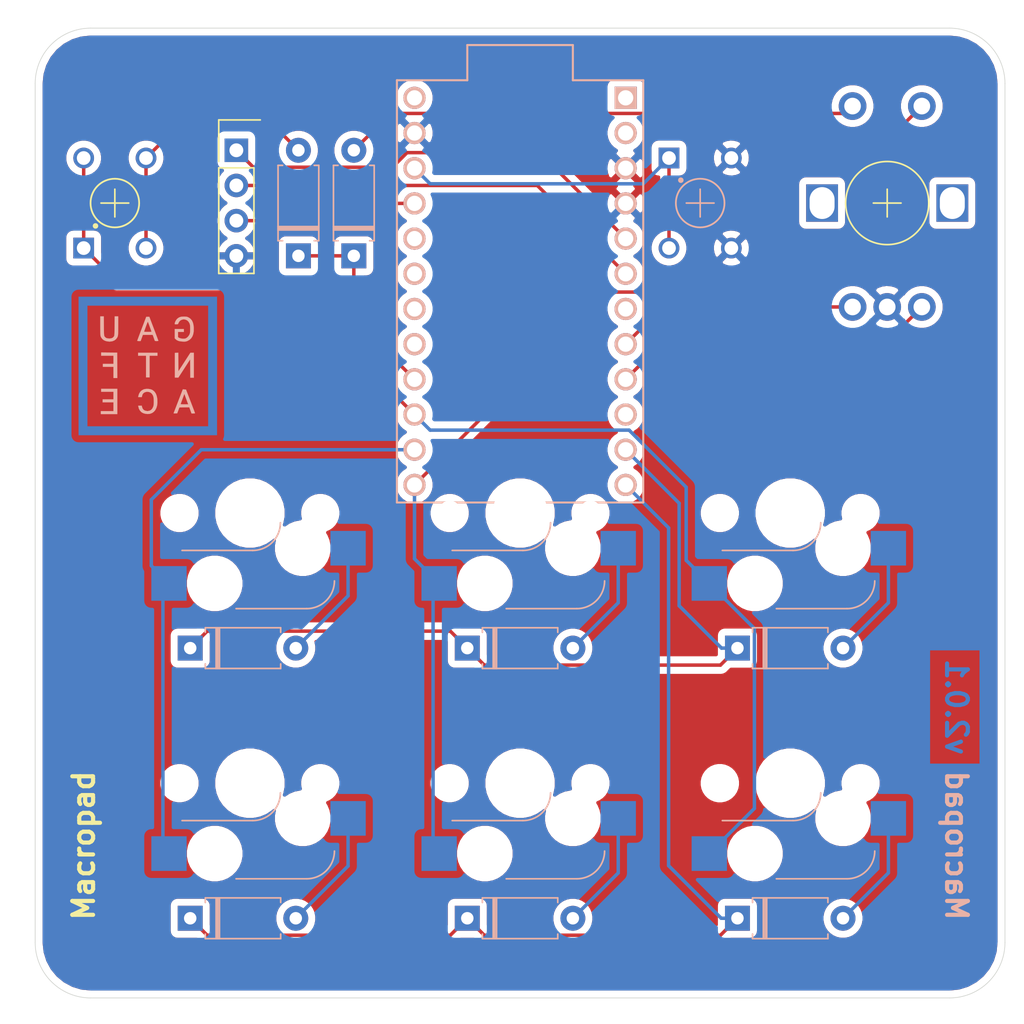
<source format=kicad_pcb>
(kicad_pcb (version 20171130) (host pcbnew 5.1.10-88a1d61d58~88~ubuntu20.10.1)
  (layers (0 F.Cu signal) (31 B.Cu signal) (34 B.Paste user) (35 F.Paste user) (36 B.SilkS user) (37 F.SilkS user) (38 B.Mask user) (39 F.Mask user) (44 Edge.Cuts user))
  (net 0 "")
  (net 1 "Net-(D1-Pad2)")
  (net 2 Row_0)
  (net 3 "Net-(D2-Pad2)")
  (net 4 "Net-(D3-Pad2)")
  (net 5 Row_1)
  (net 6 "Net-(D4-Pad2)")
  (net 7 "Net-(D5-Pad2)")
  (net 8 "Net-(D6-Pad2)")
  (net 9 Row_Extra)
  (net 10 Encoder_S1)
  (net 11 "Net-(D8-Pad2)")
  (net 12 GND)
  (net 13 VCC)
  (net 14 "Net-(J1-Pad2)")
  (net 15 "Net-(J1-Pad1)")
  (net 16 Col_0)
  (net 17 Col_1)
  (net 18 Col_2)
  (net 19 "Net-(U1-Pad1)")
  (net 20 "Net-(U1-Pad2)")
  (net 21 "Net-(U1-Pad17)")
  (net 22 "Net-(U1-Pad18)")
  (net 23 "Net-(U1-Pad19)")
  (net 24 "Net-(U1-Pad20)")
  (net 25 "Net-(SW9-Pad1)")
  (net 26 "Net-(U1-Pad24)")
  (net 27 Encoder_A)
  (net 28 Encoder_B)
  (net 29 "Net-(U1-Pad7)")
  (net 30 "Net-(U1-Pad10)")
  (module Gauntface:gauntface-logo (layer B.Cu) (at 8.128 24.384 180)
    (fp_text reference Ref** hide)
    (fp_text value Val** hide)
    (fp_poly (pts (xy 0.122245 -1.656036) (xy 0.252882 -1.677261) (xy 0.29889 -1.6918) (xy 0.436094 -1.765223) (xy 0.547436 -1.869989) (xy 0.628836 -2.001146) (xy 0.675361 -2.149063) (xy 0.693034 -2.243667) (xy 0.428744 -2.243667) (xy 0.415783 -2.162617) (xy 0.378131 -2.04678) (xy 0.308495 -1.956629) (xy 0.210595 -1.895108) (xy 0.08815 -1.865158) (xy 0.036528 -1.862667) (xy -0.102158 -1.880258) (xy -0.217628 -1.93316) (xy -0.310137 -2.021562) (xy -0.37994 -2.145654) (xy -0.394753 -2.184801) (xy -0.414462 -2.269525) (xy -0.427395 -2.382453) (xy -0.433556 -2.511589) (xy -0.432948 -2.644935) (xy -0.425576 -2.770494) (xy -0.411444 -2.876269) (xy -0.394482 -2.940713) (xy -0.326299 -3.074491) (xy -0.237114 -3.172027) (xy -0.127834 -3.232702) (xy 0.000631 -3.255897) (xy 0.065536 -3.253846) (xy 0.19737 -3.226223) (xy 0.29885 -3.169367) (xy 0.371244 -3.08219) (xy 0.41582 -2.963604) (xy 0.418613 -2.95086) (xy 0.435811 -2.868083) (xy 0.687917 -2.868083) (xy 0.68077 -2.928888) (xy 0.64372 -3.076664) (xy 0.572019 -3.210604) (xy 0.471409 -3.321183) (xy 0.4217 -3.35851) (xy 0.308602 -3.413798) (xy 0.171681 -3.450917) (xy 0.026435 -3.46738) (xy -0.111638 -3.460702) (xy -0.15875 -3.45164) (xy -0.310389 -3.394626) (xy -0.438493 -3.303932) (xy -0.541994 -3.181756) (xy -0.619822 -3.0303) (xy -0.670907 -2.851763) (xy -0.694181 -2.648345) (xy -0.688573 -2.422246) (xy -0.683604 -2.371888) (xy -0.646184 -2.170431) (xy -0.582153 -2.001712) (xy -0.491287 -1.865366) (xy -0.373365 -1.761029) (xy -0.278324 -1.708498) (xy -0.160355 -1.672146) (xy -0.021166 -1.654495) (xy 0.122245 -1.656036)) (layer B.SilkS) (width 0.01))
    (fp_poly (pts (xy 3.3655 -1.862667) (xy 2.4765 -1.862667) (xy 2.4765 -2.413) (xy 3.259667 -2.413) (xy 3.259667 -2.624667) (xy 2.4765 -2.624667) (xy 2.4765 -3.259667) (xy 3.386667 -3.259667) (xy 3.386667 -3.471333) (xy 2.201333 -3.471333) (xy 2.201333 -1.651) (xy 3.3655 -1.651) (xy 3.3655 -1.862667)) (layer B.SilkS) (width 0.01))
    (fp_poly (pts (xy -2.206626 -2.523192) (xy -2.137768 -2.701895) (xy -2.073303 -2.869232) (xy -2.014896 -3.020874) (xy -1.964214 -3.152495) (xy -1.922923 -3.259768) (xy -1.89269 -3.338364) (xy -1.87518 -3.383957) (xy -1.871712 -3.393038) (xy -1.867803 -3.413657) (xy -1.881583 -3.424265) (xy -1.921414 -3.427118) (xy -1.989265 -3.424788) (xy -2.121222 -3.418417) (xy -2.2795 -2.995083) (xy -2.637913 -2.989312) (xy -2.996325 -2.98354) (xy -3.157855 -3.429) (xy -3.282844 -3.429) (xy -3.349228 -3.426553) (xy -3.394554 -3.420202) (xy -3.407833 -3.413084) (xy -3.40047 -3.390569) (xy -3.379422 -3.3327) (xy -3.346251 -3.243618) (xy -3.302519 -3.127461) (xy -3.249788 -2.988368) (xy -3.18962 -2.830479) (xy -3.167556 -2.772833) (xy -2.919935 -2.772833) (xy -2.645301 -2.772833) (xy -2.543047 -2.771667) (xy -2.458066 -2.768477) (xy -2.398223 -2.763724) (xy -2.371386 -2.757872) (xy -2.370667 -2.756703) (xy -2.37764 -2.73259) (xy -2.397023 -2.675336) (xy -2.426513 -2.591491) (xy -2.463806 -2.487609) (xy -2.505172 -2.374127) (xy -2.639676 -2.007681) (xy -2.714892 -2.215632) (xy -2.755959 -2.328646) (xy -2.800798 -2.451205) (xy -2.841824 -2.562611) (xy -2.855022 -2.598208) (xy -2.919935 -2.772833) (xy -3.167556 -2.772833) (xy -3.123576 -2.657932) (xy -3.082338 -2.550542) (xy -2.756843 -1.703917) (xy -2.641991 -1.697692) (xy -2.527138 -1.691468) (xy -2.206626 -2.523192)) (layer B.SilkS) (width 0.01))
    (fp_poly (pts (xy 3.3655 0.740833) (xy 2.4765 0.740833) (xy 2.4765 0.148167) (xy 3.2385 0.148167) (xy 3.2385 -0.0635) (xy 2.4765 -0.0635) (xy 2.4765 -0.867833) (xy 2.200883 -0.867833) (xy 2.211917 0.963083) (xy 2.788708 0.968715) (xy 3.3655 0.974347) (xy 3.3655 0.740833)) (layer B.SilkS) (width 0.01))
    (fp_poly (pts (xy -2.079326 0.948256) (xy -1.957917 0.941917) (xy -1.957917 -0.836083) (xy -2.207324 -0.836083) (xy -2.632954 -0.178997) (xy -3.058583 0.47809) (xy -3.064172 -0.184288) (xy -3.069761 -0.846667) (xy -3.323167 -0.846667) (xy -3.323167 0.9525) (xy -3.075244 0.9525) (xy -2.643581 0.284315) (xy -2.211917 -0.383869) (xy -2.206326 0.285363) (xy -2.200736 0.954595) (xy -2.079326 0.948256)) (layer B.SilkS) (width 0.01))
    (fp_poly (pts (xy 0.6985 0.740833) (xy 0.127 0.740833) (xy 0.127 -0.8255) (xy -0.127 -0.8255) (xy -0.127 0.740833) (xy -0.6985 0.740833) (xy -0.6985 0.9525) (xy 0.6985 0.9525) (xy 0.6985 0.740833)) (layer B.SilkS) (width 0.01))
    (fp_poly (pts (xy -2.447309 3.556581) (xy -2.320065 3.527726) (xy -2.211981 3.475174) (xy -2.119366 3.401458) (xy -2.060622 3.331738) (xy -2.007515 3.244483) (xy -1.967559 3.1545) (xy -1.948265 3.076593) (xy -1.94754 3.062819) (xy -1.949372 3.029282) (xy -1.962026 3.012308) (xy -1.995787 3.007294) (xy -2.060936 3.009641) (xy -2.065812 3.009902) (xy -2.133659 3.014923) (xy -2.172039 3.025831) (xy -2.193777 3.050361) (xy -2.211699 3.096243) (xy -2.212396 3.098276) (xy -2.270596 3.206245) (xy -2.358946 3.290565) (xy -2.469244 3.345516) (xy -2.593292 3.365381) (xy -2.595373 3.365382) (xy -2.729563 3.345484) (xy -2.846502 3.287936) (xy -2.942661 3.195134) (xy -3.007747 3.085196) (xy -3.028015 3.035717) (xy -3.041973 2.987469) (xy -3.050792 2.930986) (xy -3.055638 2.856799) (xy -3.05768 2.755441) (xy -3.058045 2.677583) (xy -3.057605 2.55586) (xy -3.05501 2.467035) (xy -3.049112 2.401686) (xy -3.038766 2.350391) (xy -3.022828 2.303728) (xy -3.008561 2.270611) (xy -2.950898 2.172508) (xy -2.875261 2.08514) (xy -2.791569 2.017888) (xy -2.709745 1.980133) (xy -2.698766 1.97769) (xy -2.597367 1.968149) (xy -2.484959 1.972402) (xy -2.376681 1.988633) (xy -2.287671 2.015027) (xy -2.256263 2.030756) (xy -2.180167 2.077786) (xy -2.180167 2.455333) (xy -2.6035 2.455333) (xy -2.6035 2.667) (xy -1.947333 2.667) (xy -1.947333 1.99544) (xy -2.005542 1.936491) (xy -2.103286 1.859636) (xy -2.224097 1.806109) (xy -2.37337 1.774083) (xy -2.51872 1.762652) (xy -2.623893 1.760221) (xy -2.699698 1.762421) (xy -2.758996 1.770931) (xy -2.81465 1.787428) (xy -2.866347 1.80799) (xy -3.014601 1.890851) (xy -3.133279 2.002211) (xy -3.222671 2.14269) (xy -3.283066 2.312907) (xy -3.314755 2.513484) (xy -3.318025 2.745039) (xy -3.31669 2.771941) (xy -3.294102 2.976354) (xy -3.249755 3.14672) (xy -3.181809 3.286346) (xy -3.088425 3.398537) (xy -2.967761 3.486601) (xy -2.899833 3.521174) (xy -2.837357 3.544049) (xy -2.765577 3.557697) (xy -2.671729 3.564007) (xy -2.6035 3.565045) (xy -2.447309 3.556581)) (layer B.SilkS) (width 0.01))
    (fp_poly (pts (xy 2.396303 2.883958) (xy 2.398038 2.694439) (xy 2.399766 2.542549) (xy 2.401831 2.423587) (xy 2.404574 2.33285) (xy 2.408337 2.265638) (xy 2.413461 2.217247) (xy 2.420288 2.182976) (xy 2.42916 2.158123) (xy 2.440419 2.137985) (xy 2.45171 2.121639) (xy 2.517555 2.049857) (xy 2.597688 2.005202) (xy 2.701478 1.98368) (xy 2.783417 1.980201) (xy 2.906964 1.989175) (xy 3.000942 2.018761) (xy 3.074718 2.072951) (xy 3.115123 2.121639) (xy 3.128601 2.141422) (xy 3.139411 2.162054) (xy 3.147896 2.188235) (xy 3.154396 2.224668) (xy 3.159253 2.276055) (xy 3.16281 2.347098) (xy 3.165408 2.442499) (xy 3.167388 2.56696) (xy 3.169093 2.725183) (xy 3.17053 2.883958) (xy 3.176643 3.577167) (xy 3.429 3.577167) (xy 3.429 2.904985) (xy 3.428356 2.733975) (xy 3.426529 2.575033) (xy 3.423674 2.433755) (xy 3.419946 2.315736) (xy 3.415501 2.226571) (xy 3.410494 2.171855) (xy 3.408321 2.160703) (xy 3.359102 2.051405) (xy 3.281221 1.948909) (xy 3.194528 1.874678) (xy 3.06504 1.811089) (xy 2.913315 1.772365) (xy 2.75266 1.760371) (xy 2.596381 1.776976) (xy 2.56012 1.785662) (xy 2.412766 1.844526) (xy 2.295038 1.933306) (xy 2.207745 2.051273) (xy 2.169998 2.136657) (xy 2.160675 2.17027) (xy 2.153258 2.215577) (xy 2.147552 2.277222) (xy 2.143364 2.359846) (xy 2.140498 2.468092) (xy 2.138759 2.606602) (xy 2.137951 2.780018) (xy 2.137833 2.902495) (xy 2.137833 3.577167) (xy 2.39019 3.577167) (xy 2.396303 2.883958)) (layer B.SilkS) (width 0.01))
    (fp_poly (pts (xy 0.436641 2.68992) (xy 0.50511 2.509493) (xy 0.56868 2.341212) (xy 0.62581 2.189212) (xy 0.674959 2.057628) (xy 0.714587 1.950598) (xy 0.743151 1.872256) (xy 0.75911 1.826738) (xy 0.762 1.816795) (xy 0.742806 1.807351) (xy 0.69307 1.800953) (xy 0.639497 1.799167) (xy 0.516994 1.799167) (xy 0.355812 2.243667) (xy -0.35583 2.243667) (xy -0.418616 2.069042) (xy -0.449032 1.9837) (xy -0.475252 1.908789) (xy -0.492891 1.856878) (xy -0.496127 1.846792) (xy -0.509133 1.819922) (xy -0.534321 1.805567) (xy -0.582846 1.79994) (xy -0.636427 1.799167) (xy -0.702983 1.801865) (xy -0.748511 1.808871) (xy -0.762 1.816795) (xy -0.754703 1.839693) (xy -0.733837 1.898) (xy -0.700945 1.987582) (xy -0.657568 2.104301) (xy -0.605246 2.244023) (xy -0.545521 2.402611) (xy -0.515558 2.481792) (xy -0.269631 2.481792) (xy -0.264089 2.470569) (xy -0.23421 2.462804) (xy -0.175076 2.458014) (xy -0.081772 2.455718) (xy 0 2.455333) (xy 0.118287 2.456262) (xy 0.199191 2.459368) (xy 0.247628 2.465134) (xy 0.268515 2.474043) (xy 0.26963 2.481792) (xy 0.259443 2.509656) (xy 0.237528 2.570274) (xy 0.206441 2.656552) (xy 0.168739 2.761393) (xy 0.136128 2.852208) (xy 0.095167 2.964403) (xy 0.058469 3.061276) (xy 0.028583 3.136384) (xy 0.00806 3.183281) (xy 0 3.196167) (xy -0.010923 3.177267) (xy -0.033303 3.124862) (xy -0.064592 3.045398) (xy -0.102238 2.945318) (xy -0.136128 2.852208) (xy -0.177234 2.737756) (xy -0.213735 2.63629) (xy -0.243075 2.554906) (xy -0.262697 2.500698) (xy -0.269631 2.481792) (xy -0.515558 2.481792) (xy -0.479934 2.57593) (xy -0.436641 2.68992) (xy -0.111282 3.545417) (xy 0.111282 3.545417) (xy 0.436641 2.68992)) (layer B.SilkS) (width 0.01))
    (fp_poly (pts (xy 4.995333 -4.995333) (xy -4.995333 -4.995333) (xy -4.995333 4.360333) (xy -4.360333 4.360333) (xy -4.360333 -4.360333) (xy 4.360333 -4.360333) (xy 4.360333 4.360333) (xy -4.360333 4.360333) (xy -4.995333 4.360333) (xy -4.995333 4.995333) (xy 4.995333 4.995333) (xy 4.995333 -4.995333)) (layer B.Cu) (width 0.01))
  )
  (module Button_1825910-6:SW_1825910-6-4 (layer B.Cu) (at 48 12.625 270)
    (fp_text reference SW9 hide)
    (fp_text value Reset_Btn)
    (fp_circle (center -1.651 1.397) (end -1.551 1.397) (layer B.SilkS) (width 0.2))
    (fp_circle (center 0 0) (end 1.755 0) (layer B.SilkS) (width 0.127))
    (fp_line (start 0 1) (end 0 -1) (layer B.SilkS) (width 0.12))
    (fp_line (start -1 0) (end 1 0) (layer B.SilkS) (width 0.12))
    (pad 2 thru_hole circle (at 3.25 2.25 270) (size 1.498 1.498) (drill 0.99) (layers *.Cu *.Mask) (net 25 "Net-(SW9-Pad1)"))
    (pad 4 thru_hole circle (at 3.25 -2.25 270) (size 1.498 1.498) (drill 0.99) (layers *.Cu *.Mask) (net 12 GND))
    (pad 1 thru_hole rect (at -3.25 2.25 270) (size 1.498 1.498) (drill 0.99) (layers *.Cu *.Mask) (net 25 "Net-(SW9-Pad1)"))
    (pad 3 thru_hole circle (at -3.25 -2.25 270) (size 1.498 1.498) (drill 0.99) (layers *.Cu *.Mask) (net 12 GND))
  )
  (module Button_1825910-6:SW_1825910-6-4 (layer F.Cu) (at 5.75 12.625 90)
    (fp_text reference SW8 hide)
    (fp_text value Layer_Btn)
    (fp_circle (center -1.651 -1.397) (end -1.551 -1.397) (layer F.SilkS) (width 0.2))
    (fp_circle (center 0 0) (end 1.755 0) (layer F.SilkS) (width 0.127))
    (fp_line (start 0 -1) (end 0 1) (layer F.SilkS) (width 0.12))
    (fp_line (start -1 0) (end 1 0) (layer F.SilkS) (width 0.12))
    (pad 2 thru_hole circle (at 3.25 -2.25 90) (size 1.498 1.498) (drill 0.99) (layers *.Cu *.Mask) (net 18 Col_2))
    (pad 4 thru_hole circle (at 3.25 2.25 90) (size 1.498 1.498) (drill 0.99) (layers *.Cu *.Mask) (net 11 "Net-(D8-Pad2)"))
    (pad 1 thru_hole rect (at -3.25 -2.25 90) (size 1.498 1.498) (drill 0.99) (layers *.Cu *.Mask) (net 18 Col_2))
    (pad 3 thru_hole circle (at -3.25 2.25 90) (size 1.498 1.498) (drill 0.99) (layers *.Cu *.Mask) (net 11 "Net-(D8-Pad2)"))
  )
  (module promicro:ProMicro (layer B.Cu) (at 35 19 270)
    (fp_text reference U1 hide)
    (fp_text value ProMicro)
    (fp_line (start 15.24 8.89) (end 15.24 -8.89) (layer B.SilkS) (width 0.15))
    (fp_line (start -15.24 8.89) (end 15.24 8.89) (layer B.SilkS) (width 0.15))
    (fp_line (start -15.24 3.81) (end -15.24 8.89) (layer B.SilkS) (width 0.15))
    (fp_line (start -17.78 3.81) (end -15.24 3.81) (layer B.SilkS) (width 0.15))
    (fp_line (start -17.78 -3.81) (end -17.78 3.81) (layer B.SilkS) (width 0.15))
    (fp_line (start -15.24 -3.81) (end -17.78 -3.81) (layer B.SilkS) (width 0.15))
    (fp_line (start -15.24 -8.89) (end -15.24 -3.81) (layer B.SilkS) (width 0.15))
    (fp_line (start -15.24 -8.89) (end 15.24 -8.89) (layer B.SilkS) (width 0.15))
    (pad 1 thru_hole rect (at -13.97 -7.62 270) (size 1.6 1.6) (drill 1.1) (layers *.Cu *.Mask B.SilkS) (net 19 "Net-(U1-Pad1)"))
    (pad 2 thru_hole circle (at -11.43 -7.62 270) (size 1.6 1.6) (drill 1.1) (layers *.Cu *.Mask B.SilkS) (net 20 "Net-(U1-Pad2)"))
    (pad 3 thru_hole circle (at -8.89 -7.62 270) (size 1.6 1.6) (drill 1.1) (layers *.Cu *.Mask B.SilkS) (net 12 GND))
    (pad 4 thru_hole circle (at -6.35 -7.62 270) (size 1.6 1.6) (drill 1.1) (layers *.Cu *.Mask B.SilkS) (net 12 GND))
    (pad 5 thru_hole circle (at -3.81 -7.62 270) (size 1.6 1.6) (drill 1.1) (layers *.Cu *.Mask B.SilkS) (net 15 "Net-(J1-Pad1)"))
    (pad 6 thru_hole circle (at -1.27 -7.62 270) (size 1.6 1.6) (drill 1.1) (layers *.Cu *.Mask B.SilkS) (net 14 "Net-(J1-Pad2)"))
    (pad 7 thru_hole circle (at 1.27 -7.62 270) (size 1.6 1.6) (drill 1.1) (layers *.Cu *.Mask B.SilkS) (net 29 "Net-(U1-Pad7)"))
    (pad 8 thru_hole circle (at 3.81 -7.62 270) (size 1.6 1.6) (drill 1.1) (layers *.Cu *.Mask B.SilkS) (net 27 Encoder_A))
    (pad 9 thru_hole circle (at 6.35 -7.62 270) (size 1.6 1.6) (drill 1.1) (layers *.Cu *.Mask B.SilkS) (net 28 Encoder_B))
    (pad 10 thru_hole circle (at 8.89 -7.62 270) (size 1.6 1.6) (drill 1.1) (layers *.Cu *.Mask B.SilkS) (net 30 "Net-(U1-Pad10)"))
    (pad 11 thru_hole circle (at 11.43 -7.62 270) (size 1.6 1.6) (drill 1.1) (layers *.Cu *.Mask B.SilkS) (net 2 Row_0))
    (pad 12 thru_hole circle (at 13.97 -7.62 270) (size 1.6 1.6) (drill 1.1) (layers *.Cu *.Mask B.SilkS) (net 5 Row_1))
    (pad 13 thru_hole circle (at 13.97 7.62 270) (size 1.6 1.6) (drill 1.1) (layers *.Cu *.Mask B.SilkS) (net 17 Col_1))
    (pad 14 thru_hole circle (at 11.43 7.62 270) (size 1.6 1.6) (drill 1.1) (layers *.Cu *.Mask B.SilkS) (net 16 Col_0))
    (pad 15 thru_hole circle (at 8.89 7.62 270) (size 1.6 1.6) (drill 1.1) (layers *.Cu *.Mask B.SilkS) (net 18 Col_2))
    (pad 16 thru_hole circle (at 6.35 7.62 270) (size 1.6 1.6) (drill 1.1) (layers *.Cu *.Mask B.SilkS) (net 9 Row_Extra))
    (pad 17 thru_hole circle (at 3.81 7.62 270) (size 1.6 1.6) (drill 1.1) (layers *.Cu *.Mask B.SilkS) (net 21 "Net-(U1-Pad17)"))
    (pad 18 thru_hole circle (at 1.27 7.62 270) (size 1.6 1.6) (drill 1.1) (layers *.Cu *.Mask B.SilkS) (net 22 "Net-(U1-Pad18)"))
    (pad 19 thru_hole circle (at -1.27 7.62 270) (size 1.6 1.6) (drill 1.1) (layers *.Cu *.Mask B.SilkS) (net 23 "Net-(U1-Pad19)"))
    (pad 20 thru_hole circle (at -3.81 7.62 270) (size 1.6 1.6) (drill 1.1) (layers *.Cu *.Mask B.SilkS) (net 24 "Net-(U1-Pad20)"))
    (pad 21 thru_hole circle (at -6.35 7.62 270) (size 1.6 1.6) (drill 1.1) (layers *.Cu *.Mask B.SilkS) (net 13 VCC))
    (pad 22 thru_hole circle (at -8.89 7.62 270) (size 1.6 1.6) (drill 1.1) (layers *.Cu *.Mask B.SilkS) (net 25 "Net-(SW9-Pad1)"))
    (pad 23 thru_hole circle (at -11.43 7.62 270) (size 1.6 1.6) (drill 1.1) (layers *.Cu *.Mask B.SilkS) (net 12 GND))
    (pad 24 thru_hole circle (at -13.97 7.62 270) (size 1.6 1.6) (drill 1.1) (layers *.Cu *.Mask B.SilkS) (net 26 "Net-(U1-Pad24)"))
  )
  (module Gauntface:ACZ11BRXE (layer F.Cu) (at 61.5 12.625)
    (fp_text reference SW7 hide)
    (fp_text value Rotary_Encoder_Switch)
    (fp_line (start 1 0) (end -1 0) (layer F.SilkS) (width 0.12))
    (fp_line (start 0 -1) (end 0 1) (layer F.SilkS) (width 0.12))
    (fp_circle (center 0 0) (end 3 0) (layer F.SilkS) (width 0.12))
    (pad MP thru_hole rect (at 4.7 0) (size 2.3 2.7) (drill oval 1.8 2.3) (layers *.Cu *.Mask))
    (pad MP thru_hole rect (at -4.7 0) (size 2.3 2.7) (drill oval 1.8 2.3) (layers *.Cu *.Mask))
    (pad A thru_hole circle (at -2.5 7.5) (size 2 2) (drill 1.2) (layers *.Cu *.Mask) (net 27 Encoder_A))
    (pad C thru_hole circle (at 0 7.5) (size 2 2) (drill 1.2) (layers *.Cu *.Mask) (net 12 GND))
    (pad B thru_hole circle (at 2.5 7.5) (size 2 2) (drill 1.2) (layers *.Cu *.Mask) (net 28 Encoder_B))
    (pad S1 thru_hole circle (at -2.5 -7) (size 2 2) (drill 1.2) (layers *.Cu *.Mask) (net 10 Encoder_S1))
    (pad S2 thru_hole circle (at 2.5 -7) (size 2 2) (drill 1.2) (layers *.Cu *.Mask) (net 17 Col_1))
  )
  (module Diode_THT:D_A-405_P7.62mm_Horizontal (layer B.Cu) (at 11.19 44.75)
    (fp_text reference D1 hide)
    (fp_text value D)
    (fp_line (start 1.09 1.14) (end 1.09 1.47) (layer B.SilkS) (width 0.12))
    (fp_line (start 1.09 1.47) (end 6.53 1.47) (layer B.SilkS) (width 0.12))
    (fp_line (start 6.53 1.47) (end 6.53 1.14) (layer B.SilkS) (width 0.12))
    (fp_line (start 1.09 -1.14) (end 1.09 -1.47) (layer B.SilkS) (width 0.12))
    (fp_line (start 1.09 -1.47) (end 6.53 -1.47) (layer B.SilkS) (width 0.12))
    (fp_line (start 6.53 -1.47) (end 6.53 -1.14) (layer B.SilkS) (width 0.12))
    (fp_line (start 1.99 1.47) (end 1.99 -1.47) (layer B.SilkS) (width 0.12))
    (fp_line (start 2.11 1.47) (end 2.11 -1.47) (layer B.SilkS) (width 0.12))
    (fp_line (start 1.87 1.47) (end 1.87 -1.47) (layer B.SilkS) (width 0.12))
    (pad 2 thru_hole oval (at 7.62 0) (size 1.8 1.8) (drill 0.9) (layers *.Cu *.Mask) (net 1 "Net-(D1-Pad2)"))
    (pad 1 thru_hole rect (at 0 0) (size 1.8 1.8) (drill 0.9) (layers *.Cu *.Mask) (net 2 Row_0))
  )
  (module Diode_THT:D_A-405_P7.62mm_Horizontal (layer B.Cu) (at 31.19 44.75)
    (fp_text reference D2 hide)
    (fp_text value D)
    (fp_line (start 1.87 1.47) (end 1.87 -1.47) (layer B.SilkS) (width 0.12))
    (fp_line (start 2.11 1.47) (end 2.11 -1.47) (layer B.SilkS) (width 0.12))
    (fp_line (start 1.99 1.47) (end 1.99 -1.47) (layer B.SilkS) (width 0.12))
    (fp_line (start 6.53 -1.47) (end 6.53 -1.14) (layer B.SilkS) (width 0.12))
    (fp_line (start 1.09 -1.47) (end 6.53 -1.47) (layer B.SilkS) (width 0.12))
    (fp_line (start 1.09 -1.14) (end 1.09 -1.47) (layer B.SilkS) (width 0.12))
    (fp_line (start 6.53 1.47) (end 6.53 1.14) (layer B.SilkS) (width 0.12))
    (fp_line (start 1.09 1.47) (end 6.53 1.47) (layer B.SilkS) (width 0.12))
    (fp_line (start 1.09 1.14) (end 1.09 1.47) (layer B.SilkS) (width 0.12))
    (pad 1 thru_hole rect (at 0 0) (size 1.8 1.8) (drill 0.9) (layers *.Cu *.Mask) (net 2 Row_0))
    (pad 2 thru_hole oval (at 7.62 0) (size 1.8 1.8) (drill 0.9) (layers *.Cu *.Mask) (net 3 "Net-(D2-Pad2)"))
  )
  (module Diode_THT:D_A-405_P7.62mm_Horizontal (layer B.Cu) (at 50.69 44.75)
    (fp_text reference D3 hide)
    (fp_text value D)
    (fp_line (start 1.09 1.14) (end 1.09 1.47) (layer B.SilkS) (width 0.12))
    (fp_line (start 1.09 1.47) (end 6.53 1.47) (layer B.SilkS) (width 0.12))
    (fp_line (start 6.53 1.47) (end 6.53 1.14) (layer B.SilkS) (width 0.12))
    (fp_line (start 1.09 -1.14) (end 1.09 -1.47) (layer B.SilkS) (width 0.12))
    (fp_line (start 1.09 -1.47) (end 6.53 -1.47) (layer B.SilkS) (width 0.12))
    (fp_line (start 6.53 -1.47) (end 6.53 -1.14) (layer B.SilkS) (width 0.12))
    (fp_line (start 1.99 1.47) (end 1.99 -1.47) (layer B.SilkS) (width 0.12))
    (fp_line (start 2.11 1.47) (end 2.11 -1.47) (layer B.SilkS) (width 0.12))
    (fp_line (start 1.87 1.47) (end 1.87 -1.47) (layer B.SilkS) (width 0.12))
    (pad 2 thru_hole oval (at 7.62 0) (size 1.8 1.8) (drill 0.9) (layers *.Cu *.Mask) (net 4 "Net-(D3-Pad2)"))
    (pad 1 thru_hole rect (at 0 0) (size 1.8 1.8) (drill 0.9) (layers *.Cu *.Mask) (net 2 Row_0))
  )
  (module Diode_THT:D_A-405_P7.62mm_Horizontal (layer B.Cu) (at 11.19 64.25)
    (fp_text reference D4 hide)
    (fp_text value D)
    (fp_line (start 1.87 1.47) (end 1.87 -1.47) (layer B.SilkS) (width 0.12))
    (fp_line (start 2.11 1.47) (end 2.11 -1.47) (layer B.SilkS) (width 0.12))
    (fp_line (start 1.99 1.47) (end 1.99 -1.47) (layer B.SilkS) (width 0.12))
    (fp_line (start 6.53 -1.47) (end 6.53 -1.14) (layer B.SilkS) (width 0.12))
    (fp_line (start 1.09 -1.47) (end 6.53 -1.47) (layer B.SilkS) (width 0.12))
    (fp_line (start 1.09 -1.14) (end 1.09 -1.47) (layer B.SilkS) (width 0.12))
    (fp_line (start 6.53 1.47) (end 6.53 1.14) (layer B.SilkS) (width 0.12))
    (fp_line (start 1.09 1.47) (end 6.53 1.47) (layer B.SilkS) (width 0.12))
    (fp_line (start 1.09 1.14) (end 1.09 1.47) (layer B.SilkS) (width 0.12))
    (pad 1 thru_hole rect (at 0 0) (size 1.8 1.8) (drill 0.9) (layers *.Cu *.Mask) (net 5 Row_1))
    (pad 2 thru_hole oval (at 7.62 0) (size 1.8 1.8) (drill 0.9) (layers *.Cu *.Mask) (net 6 "Net-(D4-Pad2)"))
  )
  (module Diode_THT:D_A-405_P7.62mm_Horizontal (layer B.Cu) (at 31.19 64.25)
    (fp_text reference D5 hide)
    (fp_text value D)
    (fp_line (start 1.87 1.47) (end 1.87 -1.47) (layer B.SilkS) (width 0.12))
    (fp_line (start 2.11 1.47) (end 2.11 -1.47) (layer B.SilkS) (width 0.12))
    (fp_line (start 1.99 1.47) (end 1.99 -1.47) (layer B.SilkS) (width 0.12))
    (fp_line (start 6.53 -1.47) (end 6.53 -1.14) (layer B.SilkS) (width 0.12))
    (fp_line (start 1.09 -1.47) (end 6.53 -1.47) (layer B.SilkS) (width 0.12))
    (fp_line (start 1.09 -1.14) (end 1.09 -1.47) (layer B.SilkS) (width 0.12))
    (fp_line (start 6.53 1.47) (end 6.53 1.14) (layer B.SilkS) (width 0.12))
    (fp_line (start 1.09 1.47) (end 6.53 1.47) (layer B.SilkS) (width 0.12))
    (fp_line (start 1.09 1.14) (end 1.09 1.47) (layer B.SilkS) (width 0.12))
    (pad 1 thru_hole rect (at 0 0) (size 1.8 1.8) (drill 0.9) (layers *.Cu *.Mask) (net 5 Row_1))
    (pad 2 thru_hole oval (at 7.62 0) (size 1.8 1.8) (drill 0.9) (layers *.Cu *.Mask) (net 7 "Net-(D5-Pad2)"))
  )
  (module Diode_THT:D_A-405_P7.62mm_Horizontal (layer B.Cu) (at 50.69 64.25)
    (fp_text reference D6 hide)
    (fp_text value D)
    (fp_line (start 1.09 1.14) (end 1.09 1.47) (layer B.SilkS) (width 0.12))
    (fp_line (start 1.09 1.47) (end 6.53 1.47) (layer B.SilkS) (width 0.12))
    (fp_line (start 6.53 1.47) (end 6.53 1.14) (layer B.SilkS) (width 0.12))
    (fp_line (start 1.09 -1.14) (end 1.09 -1.47) (layer B.SilkS) (width 0.12))
    (fp_line (start 1.09 -1.47) (end 6.53 -1.47) (layer B.SilkS) (width 0.12))
    (fp_line (start 6.53 -1.47) (end 6.53 -1.14) (layer B.SilkS) (width 0.12))
    (fp_line (start 1.99 1.47) (end 1.99 -1.47) (layer B.SilkS) (width 0.12))
    (fp_line (start 2.11 1.47) (end 2.11 -1.47) (layer B.SilkS) (width 0.12))
    (fp_line (start 1.87 1.47) (end 1.87 -1.47) (layer B.SilkS) (width 0.12))
    (pad 2 thru_hole oval (at 7.62 0) (size 1.8 1.8) (drill 0.9) (layers *.Cu *.Mask) (net 8 "Net-(D6-Pad2)"))
    (pad 1 thru_hole rect (at 0 0) (size 1.8 1.8) (drill 0.9) (layers *.Cu *.Mask) (net 5 Row_1))
  )
  (module Diode_THT:D_A-405_P7.62mm_Horizontal (layer B.Cu) (at 23 16.435 90)
    (fp_text reference D7 hide)
    (fp_text value D)
    (fp_line (start 1.87 1.47) (end 1.87 -1.47) (layer B.SilkS) (width 0.12))
    (fp_line (start 2.11 1.47) (end 2.11 -1.47) (layer B.SilkS) (width 0.12))
    (fp_line (start 1.99 1.47) (end 1.99 -1.47) (layer B.SilkS) (width 0.12))
    (fp_line (start 6.53 -1.47) (end 6.53 -1.14) (layer B.SilkS) (width 0.12))
    (fp_line (start 1.09 -1.47) (end 6.53 -1.47) (layer B.SilkS) (width 0.12))
    (fp_line (start 1.09 -1.14) (end 1.09 -1.47) (layer B.SilkS) (width 0.12))
    (fp_line (start 6.53 1.47) (end 6.53 1.14) (layer B.SilkS) (width 0.12))
    (fp_line (start 1.09 1.47) (end 6.53 1.47) (layer B.SilkS) (width 0.12))
    (fp_line (start 1.09 1.14) (end 1.09 1.47) (layer B.SilkS) (width 0.12))
    (pad 1 thru_hole rect (at 0 0 90) (size 1.8 1.8) (drill 0.9) (layers *.Cu *.Mask) (net 9 Row_Extra))
    (pad 2 thru_hole oval (at 7.62 0 90) (size 1.8 1.8) (drill 0.9) (layers *.Cu *.Mask) (net 10 Encoder_S1))
  )
  (module Diode_THT:D_A-405_P7.62mm_Horizontal (layer B.Cu) (at 19 16.435 90)
    (fp_text reference D8 hide)
    (fp_text value D)
    (fp_line (start 1.09 1.14) (end 1.09 1.47) (layer B.SilkS) (width 0.12))
    (fp_line (start 1.09 1.47) (end 6.53 1.47) (layer B.SilkS) (width 0.12))
    (fp_line (start 6.53 1.47) (end 6.53 1.14) (layer B.SilkS) (width 0.12))
    (fp_line (start 1.09 -1.14) (end 1.09 -1.47) (layer B.SilkS) (width 0.12))
    (fp_line (start 1.09 -1.47) (end 6.53 -1.47) (layer B.SilkS) (width 0.12))
    (fp_line (start 6.53 -1.47) (end 6.53 -1.14) (layer B.SilkS) (width 0.12))
    (fp_line (start 1.99 1.47) (end 1.99 -1.47) (layer B.SilkS) (width 0.12))
    (fp_line (start 2.11 1.47) (end 2.11 -1.47) (layer B.SilkS) (width 0.12))
    (fp_line (start 1.87 1.47) (end 1.87 -1.47) (layer B.SilkS) (width 0.12))
    (pad 2 thru_hole oval (at 7.62 0 90) (size 1.8 1.8) (drill 0.9) (layers *.Cu *.Mask) (net 11 "Net-(D8-Pad2)"))
    (pad 1 thru_hole rect (at 0 0 90) (size 1.8 1.8) (drill 0.9) (layers *.Cu *.Mask) (net 9 Row_Extra))
  )
  (module Gauntface:Screen_38x12mm_JMD0_91_a (layer F.Cu) (at 32.25 12.625)
    (fp_text reference J1 hide)
    (fp_text value Conn_01x04_Male)
    (fp_line (start -19 -2.54) (end -16.46 -2.54) (layer F.SilkS) (width 0.12))
    (fp_line (start -16.46 -2.54) (end -16.46 5.08) (layer F.SilkS) (width 0.12))
    (fp_line (start -19 -2.54) (end -19 5.08) (layer F.SilkS) (width 0.12))
    (fp_line (start -19 5.08) (end -16.46 5.08) (layer F.SilkS) (width 0.12))
    (fp_line (start -19 -6) (end -16 -6) (layer F.SilkS) (width 0.12))
    (fp_line (start -19 -6) (end -19 -3) (layer F.SilkS) (width 0.12))
    (pad 4 thru_hole oval (at -17.73 3.81) (size 1.7 1.7) (drill 1) (layers *.Cu *.Mask) (net 12 GND))
    (pad 3 thru_hole oval (at -17.73 1.27 90) (size 1.7 1.7) (drill 1) (layers *.Cu *.Mask) (net 13 VCC))
    (pad 2 thru_hole oval (at -17.73 -1.27) (size 1.7 1.7) (drill 1) (layers *.Cu *.Mask) (net 14 "Net-(J1-Pad2)"))
    (pad 1 thru_hole rect (at -17.73 -3.81) (size 1.7 1.7) (drill 1) (layers *.Cu *.Mask) (net 15 "Net-(J1-Pad1)"))
  )
  (module Switch_Keyboard_Kailh:SW_Hotswap_Kailh (layer F.Cu) (at 15.5 35 180)
    (fp_text reference SW1 hide)
    (fp_text value Key_1)
    (fp_line (start -0.2 -2.7) (end 4.9 -2.7) (layer B.SilkS) (width 0.12))
    (fp_line (start -4.1 -6.9) (end 1 -6.9) (layer B.SilkS) (width 0.12))
    (fp_arc (start -0.2 -0.7) (end -0.2 -2.7) (angle -90) (layer B.SilkS) (width 0.12))
    (fp_arc (start -4.1 -4.9) (end -4.1 -6.9) (angle -90) (layer B.SilkS) (width 0.12))
    (pad 2 smd rect (at 5.842 -5.08 180) (size 2.55 2.5) (layers B.Cu B.Paste B.Mask) (net 16 Col_0))
    (pad 1 smd rect (at -7.085 -2.54 180) (size 2.55 2.5) (layers B.Cu B.Paste B.Mask) (net 1 "Net-(D1-Pad2)"))
    (pad "" np_thru_hole circle (at 5.08 0 180) (size 1.75 1.75) (drill 1.75) (layers *.Cu *.Mask))
    (pad "" np_thru_hole circle (at -5.08 0 180) (size 1.75 1.75) (drill 1.75) (layers *.Cu *.Mask))
    (pad "" np_thru_hole circle (at 0 0 180) (size 4 4) (drill 4) (layers *.Cu *.Mask))
    (pad "" np_thru_hole circle (at 2.54 -5.08 180) (size 3 3) (drill 3) (layers *.Cu *.Mask))
    (pad "" np_thru_hole circle (at -3.81 -2.54 180) (size 3 3) (drill 3) (layers *.Cu *.Mask))
  )
  (module Switch_Keyboard_Kailh:SW_Hotswap_Kailh (layer F.Cu) (at 35 35 180)
    (fp_text reference SW2 hide)
    (fp_text value Key_2)
    (fp_line (start -4.1 -6.9) (end 1 -6.9) (layer B.SilkS) (width 0.12))
    (fp_line (start -0.2 -2.7) (end 4.9 -2.7) (layer B.SilkS) (width 0.12))
    (fp_arc (start -4.1 -4.9) (end -4.1 -6.9) (angle -90) (layer B.SilkS) (width 0.12))
    (fp_arc (start -0.2 -0.7) (end -0.2 -2.7) (angle -90) (layer B.SilkS) (width 0.12))
    (pad "" np_thru_hole circle (at -3.81 -2.54 180) (size 3 3) (drill 3) (layers *.Cu *.Mask))
    (pad "" np_thru_hole circle (at 2.54 -5.08 180) (size 3 3) (drill 3) (layers *.Cu *.Mask))
    (pad "" np_thru_hole circle (at 0 0 180) (size 4 4) (drill 4) (layers *.Cu *.Mask))
    (pad "" np_thru_hole circle (at -5.08 0 180) (size 1.75 1.75) (drill 1.75) (layers *.Cu *.Mask))
    (pad "" np_thru_hole circle (at 5.08 0 180) (size 1.75 1.75) (drill 1.75) (layers *.Cu *.Mask))
    (pad 1 smd rect (at -7.085 -2.54 180) (size 2.55 2.5) (layers B.Cu B.Paste B.Mask) (net 3 "Net-(D2-Pad2)"))
    (pad 2 smd rect (at 5.842 -5.08 180) (size 2.55 2.5) (layers B.Cu B.Paste B.Mask) (net 17 Col_1))
  )
  (module Switch_Keyboard_Kailh:SW_Hotswap_Kailh (layer F.Cu) (at 54.5 35 180)
    (fp_text reference SW3 hide)
    (fp_text value Key_3)
    (fp_line (start -4.1 -6.9) (end 1 -6.9) (layer B.SilkS) (width 0.12))
    (fp_line (start -0.2 -2.7) (end 4.9 -2.7) (layer B.SilkS) (width 0.12))
    (fp_arc (start -4.1 -4.9) (end -4.1 -6.9) (angle -90) (layer B.SilkS) (width 0.12))
    (fp_arc (start -0.2 -0.7) (end -0.2 -2.7) (angle -90) (layer B.SilkS) (width 0.12))
    (pad "" np_thru_hole circle (at -3.81 -2.54 180) (size 3 3) (drill 3) (layers *.Cu *.Mask))
    (pad "" np_thru_hole circle (at 2.54 -5.08 180) (size 3 3) (drill 3) (layers *.Cu *.Mask))
    (pad "" np_thru_hole circle (at 0 0 180) (size 4 4) (drill 4) (layers *.Cu *.Mask))
    (pad "" np_thru_hole circle (at -5.08 0 180) (size 1.75 1.75) (drill 1.75) (layers *.Cu *.Mask))
    (pad "" np_thru_hole circle (at 5.08 0 180) (size 1.75 1.75) (drill 1.75) (layers *.Cu *.Mask))
    (pad 1 smd rect (at -7.085 -2.54 180) (size 2.55 2.5) (layers B.Cu B.Paste B.Mask) (net 4 "Net-(D3-Pad2)"))
    (pad 2 smd rect (at 5.842 -5.08 180) (size 2.55 2.5) (layers B.Cu B.Paste B.Mask) (net 18 Col_2))
  )
  (module Switch_Keyboard_Kailh:SW_Hotswap_Kailh (layer F.Cu) (at 15.5 54.5 180)
    (fp_text reference SW4 hide)
    (fp_text value Key_4)
    (fp_line (start -0.2 -2.7) (end 4.9 -2.7) (layer B.SilkS) (width 0.12))
    (fp_line (start -4.1 -6.9) (end 1 -6.9) (layer B.SilkS) (width 0.12))
    (fp_arc (start -0.2 -0.7) (end -0.2 -2.7) (angle -90) (layer B.SilkS) (width 0.12))
    (fp_arc (start -4.1 -4.9) (end -4.1 -6.9) (angle -90) (layer B.SilkS) (width 0.12))
    (pad 2 smd rect (at 5.842 -5.08 180) (size 2.55 2.5) (layers B.Cu B.Paste B.Mask) (net 16 Col_0))
    (pad 1 smd rect (at -7.085 -2.54 180) (size 2.55 2.5) (layers B.Cu B.Paste B.Mask) (net 6 "Net-(D4-Pad2)"))
    (pad "" np_thru_hole circle (at 5.08 0 180) (size 1.75 1.75) (drill 1.75) (layers *.Cu *.Mask))
    (pad "" np_thru_hole circle (at -5.08 0 180) (size 1.75 1.75) (drill 1.75) (layers *.Cu *.Mask))
    (pad "" np_thru_hole circle (at 0 0 180) (size 4 4) (drill 4) (layers *.Cu *.Mask))
    (pad "" np_thru_hole circle (at 2.54 -5.08 180) (size 3 3) (drill 3) (layers *.Cu *.Mask))
    (pad "" np_thru_hole circle (at -3.81 -2.54 180) (size 3 3) (drill 3) (layers *.Cu *.Mask))
  )
  (module Switch_Keyboard_Kailh:SW_Hotswap_Kailh (layer F.Cu) (at 35 54.5 180)
    (fp_text reference SW5 hide)
    (fp_text value Key_5)
    (fp_line (start -4.1 -6.9) (end 1 -6.9) (layer B.SilkS) (width 0.12))
    (fp_line (start -0.2 -2.7) (end 4.9 -2.7) (layer B.SilkS) (width 0.12))
    (fp_arc (start -4.1 -4.9) (end -4.1 -6.9) (angle -90) (layer B.SilkS) (width 0.12))
    (fp_arc (start -0.2 -0.7) (end -0.2 -2.7) (angle -90) (layer B.SilkS) (width 0.12))
    (pad "" np_thru_hole circle (at -3.81 -2.54 180) (size 3 3) (drill 3) (layers *.Cu *.Mask))
    (pad "" np_thru_hole circle (at 2.54 -5.08 180) (size 3 3) (drill 3) (layers *.Cu *.Mask))
    (pad "" np_thru_hole circle (at 0 0 180) (size 4 4) (drill 4) (layers *.Cu *.Mask))
    (pad "" np_thru_hole circle (at -5.08 0 180) (size 1.75 1.75) (drill 1.75) (layers *.Cu *.Mask))
    (pad "" np_thru_hole circle (at 5.08 0 180) (size 1.75 1.75) (drill 1.75) (layers *.Cu *.Mask))
    (pad 1 smd rect (at -7.085 -2.54 180) (size 2.55 2.5) (layers B.Cu B.Paste B.Mask) (net 7 "Net-(D5-Pad2)"))
    (pad 2 smd rect (at 5.842 -5.08 180) (size 2.55 2.5) (layers B.Cu B.Paste B.Mask) (net 17 Col_1))
  )
  (module Switch_Keyboard_Kailh:SW_Hotswap_Kailh (layer F.Cu) (at 54.5 54.5 180)
    (fp_text reference SW6 hide)
    (fp_text value Key_6)
    (fp_line (start -0.2 -2.7) (end 4.9 -2.7) (layer B.SilkS) (width 0.12))
    (fp_line (start -4.1 -6.9) (end 1 -6.9) (layer B.SilkS) (width 0.12))
    (fp_arc (start -0.2 -0.7) (end -0.2 -2.7) (angle -90) (layer B.SilkS) (width 0.12))
    (fp_arc (start -4.1 -4.9) (end -4.1 -6.9) (angle -90) (layer B.SilkS) (width 0.12))
    (pad 2 smd rect (at 5.842 -5.08 180) (size 2.55 2.5) (layers B.Cu B.Paste B.Mask) (net 18 Col_2))
    (pad 1 smd rect (at -7.085 -2.54 180) (size 2.55 2.5) (layers B.Cu B.Paste B.Mask) (net 8 "Net-(D6-Pad2)"))
    (pad "" np_thru_hole circle (at 5.08 0 180) (size 1.75 1.75) (drill 1.75) (layers *.Cu *.Mask))
    (pad "" np_thru_hole circle (at -5.08 0 180) (size 1.75 1.75) (drill 1.75) (layers *.Cu *.Mask))
    (pad "" np_thru_hole circle (at 0 0 180) (size 4 4) (drill 4) (layers *.Cu *.Mask))
    (pad "" np_thru_hole circle (at 2.54 -5.08 180) (size 3 3) (drill 3) (layers *.Cu *.Mask))
    (pad "" np_thru_hole circle (at -3.81 -2.54 180) (size 3 3) (drill 3) (layers *.Cu *.Mask))
  )
  (gr_text v2.0.1 (at 66.5 49 -90) (layer B.Cu) (effects (font (size 1.5 1.5) (thickness 0.3)) (justify mirror)))
  (gr_text Macropad (at 66.5 59 -90) (layer B.SilkS) (effects (font (size 1.5 1.5) (thickness 0.3)) (justify mirror)))
  (gr_text v2.0.1 (at 3.5 49 90) (layer F.Cu) (effects (font (size 1.5 1.5) (thickness 0.3))))
  (gr_text Macropad (at 3.5 59 90) (layer F.SilkS) (effects (font (size 1.5 1.5) (thickness 0.3))))
  (gr_arc (start 4 66) (end 4 70) (angle 90) (layer Edge.Cuts) (width 0.05))
  (gr_arc (start 66 66) (end 70 66) (angle 90) (layer Edge.Cuts) (width 0.05))
  (gr_arc (start 66 4) (end 66 0) (angle 90) (layer Edge.Cuts) (width 0.05))
  (gr_arc (start 4 4) (end 0 4) (angle 90) (layer Edge.Cuts) (width 0.05))
  (gr_line (start 4 0) (end 66 0) (layer Edge.Cuts) (width 0.05))
  (gr_line (start 70 4) (end 70 66) (layer Edge.Cuts) (width 0.05))
  (gr_line (start 4 70) (end 66 70) (layer Edge.Cuts) (width 0.05))
  (gr_line (start 0 4) (end 0 66) (layer Edge.Cuts) (width 0.05))
  (segment (start 22.585 40.975) (end 18.81 44.75) (width 0.25) (layer B.Cu) (net 1))
  (segment (start 22.585 37.54) (end 22.585 40.975) (width 0.25) (layer B.Cu) (net 1))
  (segment (start 42.62 30.43) (end 46.48 34.29) (width 0.25) (layer B.Cu) (net 2))
  (segment (start 49.54 44.75) (end 50.69 44.75) (width 0.25) (layer B.Cu) (net 2))
  (segment (start 46.48 41.69) (end 49.54 44.75) (width 0.25) (layer B.Cu) (net 2))
  (segment (start 46.48 34.29) (end 46.48 41.69) (width 0.25) (layer B.Cu) (net 2))
  (segment (start 32.415001 45.975001) (end 31.19 44.75) (width 0.25) (layer F.Cu) (net 2))
  (segment (start 49.464999 45.975001) (end 32.415001 45.975001) (width 0.25) (layer F.Cu) (net 2))
  (segment (start 50.69 44.75) (end 49.464999 45.975001) (width 0.25) (layer F.Cu) (net 2))
  (segment (start 29.964999 43.524999) (end 12.415001 43.524999) (width 0.25) (layer F.Cu) (net 2))
  (segment (start 12.415001 43.524999) (end 11.19 44.75) (width 0.25) (layer F.Cu) (net 2))
  (segment (start 31.19 44.75) (end 29.964999 43.524999) (width 0.25) (layer F.Cu) (net 2))
  (segment (start 42.085 41.475) (end 38.81 44.75) (width 0.25) (layer B.Cu) (net 3))
  (segment (start 42.085 37.54) (end 42.085 41.475) (width 0.25) (layer B.Cu) (net 3))
  (segment (start 61.585 41.475) (end 58.31 44.75) (width 0.25) (layer B.Cu) (net 4))
  (segment (start 61.585 37.54) (end 61.585 41.475) (width 0.25) (layer B.Cu) (net 4))
  (segment (start 29.964999 65.475001) (end 31.19 64.25) (width 0.25) (layer F.Cu) (net 5))
  (segment (start 12.415001 65.475001) (end 29.964999 65.475001) (width 0.25) (layer F.Cu) (net 5))
  (segment (start 11.19 64.25) (end 12.415001 65.475001) (width 0.25) (layer F.Cu) (net 5))
  (segment (start 49.464999 65.475001) (end 50.69 64.25) (width 0.25) (layer F.Cu) (net 5))
  (segment (start 32.415001 65.475001) (end 49.464999 65.475001) (width 0.25) (layer F.Cu) (net 5))
  (segment (start 31.19 64.25) (end 32.415001 65.475001) (width 0.25) (layer F.Cu) (net 5))
  (segment (start 50.69 64.25) (end 49.518 64.25) (width 0.25) (layer B.Cu) (net 5))
  (segment (start 49.518 64.25) (end 45.72 60.452) (width 0.25) (layer B.Cu) (net 5))
  (segment (start 45.72 36.07) (end 42.62 32.97) (width 0.25) (layer B.Cu) (net 5))
  (segment (start 45.72 60.452) (end 45.72 36.07) (width 0.25) (layer B.Cu) (net 5))
  (segment (start 22.585 60.475) (end 18.81 64.25) (width 0.25) (layer B.Cu) (net 6))
  (segment (start 22.585 57.04) (end 22.585 60.475) (width 0.25) (layer B.Cu) (net 6))
  (segment (start 42.085 60.975) (end 38.81 64.25) (width 0.25) (layer B.Cu) (net 7))
  (segment (start 42.085 57.04) (end 42.085 60.975) (width 0.25) (layer B.Cu) (net 7))
  (segment (start 61.585 60.975) (end 58.31 64.25) (width 0.25) (layer B.Cu) (net 8))
  (segment (start 61.585 57.04) (end 61.585 60.975) (width 0.25) (layer B.Cu) (net 8))
  (segment (start 19 16.435) (end 23 16.435) (width 0.25) (layer F.Cu) (net 9))
  (segment (start 23 20.97) (end 27.38 25.35) (width 0.25) (layer F.Cu) (net 9))
  (segment (start 23 16.435) (end 23 20.97) (width 0.25) (layer F.Cu) (net 9))
  (segment (start 58.469999 6.155001) (end 59 5.625) (width 0.25) (layer F.Cu) (net 10))
  (segment (start 25.659999 6.155001) (end 58.469999 6.155001) (width 0.25) (layer F.Cu) (net 10))
  (segment (start 23 8.815) (end 25.659999 6.155001) (width 0.25) (layer F.Cu) (net 10))
  (segment (start 19 8.815) (end 17.043 6.858) (width 0.25) (layer F.Cu) (net 11))
  (segment (start 10.517 6.858) (end 8 9.375) (width 0.25) (layer F.Cu) (net 11))
  (segment (start 17.043 6.858) (end 10.517 6.858) (width 0.25) (layer F.Cu) (net 11))
  (segment (start 8 9.375) (end 8 15.875) (width 0.25) (layer F.Cu) (net 11))
  (segment (start 14.52 13.895) (end 19.633 13.895) (width 0.25) (layer F.Cu) (net 13))
  (segment (start 20.878 12.65) (end 27.38 12.65) (width 0.25) (layer F.Cu) (net 13))
  (segment (start 19.633 13.895) (end 20.878 12.65) (width 0.25) (layer F.Cu) (net 13))
  (segment (start 36.245 11.355) (end 42.62 17.73) (width 0.25) (layer F.Cu) (net 14))
  (segment (start 14.52 11.355) (end 36.245 11.355) (width 0.25) (layer F.Cu) (net 14))
  (segment (start 36.414999 8.984999) (end 42.62 15.19) (width 0.25) (layer F.Cu) (net 15))
  (segment (start 25.784997 10.040001) (end 26.839999 8.984999) (width 0.25) (layer F.Cu) (net 15))
  (segment (start 15.745001 10.040001) (end 25.784997 10.040001) (width 0.25) (layer F.Cu) (net 15))
  (segment (start 26.839999 8.984999) (end 36.414999 8.984999) (width 0.25) (layer F.Cu) (net 15))
  (segment (start 14.52 8.815) (end 15.745001 10.040001) (width 0.25) (layer F.Cu) (net 15))
  (segment (start 9.658 40.08) (end 9.658 40.126) (width 0.25) (layer B.Cu) (net 16))
  (segment (start 27.38 30.43) (end 11.988 30.43) (width 0.25) (layer B.Cu) (net 16))
  (segment (start 11.988 30.43) (end 8.382 34.036) (width 0.25) (layer B.Cu) (net 16))
  (segment (start 8.382 38.804) (end 9.658 40.08) (width 0.25) (layer B.Cu) (net 16))
  (segment (start 8.382 34.036) (end 8.382 38.804) (width 0.25) (layer B.Cu) (net 16))
  (segment (start 9.219999 59.141999) (end 9.658 59.58) (width 0.25) (layer B.Cu) (net 16))
  (segment (start 9.219999 40.518001) (end 9.219999 59.141999) (width 0.25) (layer B.Cu) (net 16))
  (segment (start 9.658 40.08) (end 9.219999 40.518001) (width 0.25) (layer B.Cu) (net 16))
  (segment (start 27.38 32.97) (end 41.3 19.05) (width 0.25) (layer F.Cu) (net 17))
  (segment (start 41.3 19.05) (end 49.022 19.05) (width 0.25) (layer F.Cu) (net 17))
  (segment (start 49.022 19.05) (end 53.594 14.478) (width 0.25) (layer F.Cu) (net 17))
  (segment (start 53.594 14.478) (end 53.594 10.922) (width 0.25) (layer F.Cu) (net 17))
  (segment (start 53.594 10.922) (end 56.388 8.128) (width 0.25) (layer F.Cu) (net 17))
  (segment (start 61.497 8.128) (end 64 5.625) (width 0.25) (layer F.Cu) (net 17))
  (segment (start 56.388 8.128) (end 61.497 8.128) (width 0.25) (layer F.Cu) (net 17))
  (segment (start 27.38 38.302) (end 27.38 32.97) (width 0.25) (layer B.Cu) (net 17))
  (segment (start 29.158 40.08) (end 27.38 38.302) (width 0.25) (layer B.Cu) (net 17))
  (segment (start 28.719999 40.518001) (end 29.158 40.08) (width 0.25) (layer B.Cu) (net 17))
  (segment (start 28.719999 59.141999) (end 28.719999 40.518001) (width 0.25) (layer B.Cu) (net 17))
  (segment (start 29.158 59.58) (end 28.719999 59.141999) (width 0.25) (layer B.Cu) (net 17))
  (segment (start 3.5 9.375) (end 3.5 15.875) (width 0.25) (layer F.Cu) (net 18))
  (segment (start 48.658 40.08) (end 46.99 38.412) (width 0.25) (layer B.Cu) (net 18))
  (segment (start 28.505001 29.015001) (end 27.38 27.89) (width 0.25) (layer B.Cu) (net 18))
  (segment (start 42.870003 29.015001) (end 28.505001 29.015001) (width 0.25) (layer B.Cu) (net 18))
  (segment (start 46.99 33.134998) (end 42.870003 29.015001) (width 0.25) (layer B.Cu) (net 18))
  (segment (start 46.99 38.412) (end 46.99 33.134998) (width 0.25) (layer B.Cu) (net 18))
  (segment (start 51.915001 56.322999) (end 51.915001 43.337001) (width 0.25) (layer B.Cu) (net 18))
  (segment (start 51.915001 43.337001) (end 48.658 40.08) (width 0.25) (layer B.Cu) (net 18))
  (segment (start 48.658 59.58) (end 51.915001 56.322999) (width 0.25) (layer B.Cu) (net 18))
  (segment (start 3.5 15.875) (end 5.913 18.288) (width 0.25) (layer F.Cu) (net 18))
  (segment (start 17.778 18.288) (end 27.38 27.89) (width 0.25) (layer F.Cu) (net 18))
  (segment (start 5.913 18.288) (end 17.778 18.288) (width 0.25) (layer F.Cu) (net 18))
  (segment (start 45.75 15.875) (end 45.75 9.375) (width 0.25) (layer F.Cu) (net 25))
  (segment (start 43.889999 11.235001) (end 45.75 9.375) (width 0.25) (layer B.Cu) (net 25))
  (segment (start 28.505001 11.235001) (end 43.889999 11.235001) (width 0.25) (layer B.Cu) (net 25))
  (segment (start 27.38 10.11) (end 28.505001 11.235001) (width 0.25) (layer B.Cu) (net 25))
  (segment (start 45.305 20.125) (end 42.62 22.81) (width 0.25) (layer F.Cu) (net 27))
  (segment (start 59 20.125) (end 45.305 20.125) (width 0.25) (layer F.Cu) (net 27))
  (segment (start 64 20.125) (end 62.281 21.844) (width 0.25) (layer F.Cu) (net 28))
  (segment (start 46.126 21.844) (end 42.62 25.35) (width 0.25) (layer F.Cu) (net 28))
  (segment (start 62.281 21.844) (end 46.126 21.844) (width 0.25) (layer F.Cu) (net 28))
  (zone (net 12) (net_name GND) (layer F.Cu) (connect_pads (clearance 0.508)) (min_thickness 0.254) (fill yes (arc_segments 32) (thermal_gap 0.508) (thermal_bridge_width 0.508))
    (polygon (pts (xy 70.612 -1.27) (xy 71.12 71.12) (xy -1.27 71.374) (xy -1.778 -1.778) (xy -1.778 -2.032)))
  )
  (zone (net 12) (net_name GND) (layer B.Cu) (connect_pads (clearance 0.508)) (min_thickness 0.254) (fill yes (arc_segments 32) (thermal_gap 0.508) (thermal_bridge_width 0.508))
    (polygon (pts (xy 70.358 -1.524) (xy 71.374 71.882) (xy -1.778 71.882) (xy -1.778 -1.524)))
  )
)
</source>
